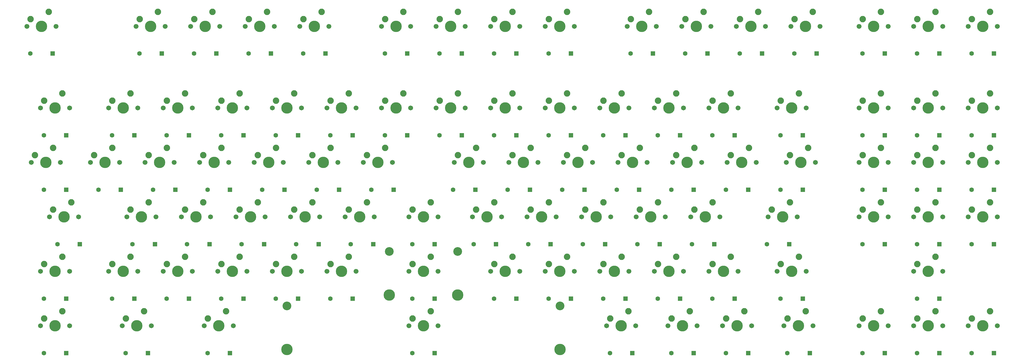
<source format=gbr>
%TF.GenerationSoftware,KiCad,Pcbnew,7.0.6*%
%TF.CreationDate,2023-10-21T08:39:51-04:00*%
%TF.ProjectId,mecmec,6d65636d-6563-42e6-9b69-6361645f7063,rev?*%
%TF.SameCoordinates,Original*%
%TF.FileFunction,Soldermask,Top*%
%TF.FilePolarity,Negative*%
%FSLAX46Y46*%
G04 Gerber Fmt 4.6, Leading zero omitted, Abs format (unit mm)*
G04 Created by KiCad (PCBNEW 7.0.6) date 2023-10-21 08:39:51*
%MOMM*%
%LPD*%
G01*
G04 APERTURE LIST*
%ADD10C,1.701800*%
%ADD11C,3.987800*%
%ADD12C,2.250000*%
%ADD13R,1.600000X1.600000*%
%ADD14C,1.600000*%
%ADD15C,3.048000*%
G04 APERTURE END LIST*
D10*
%TO.C,K50*%
X352107500Y-76200000D03*
D11*
X357187500Y-76200000D03*
D10*
X362267500Y-76200000D03*
D12*
X353377500Y-73660000D03*
X359727500Y-71120000D03*
%TD*%
D10*
%TO.C,K89*%
X314007500Y-133350000D03*
D11*
X319087500Y-133350000D03*
D10*
X324167500Y-133350000D03*
D12*
X315277500Y-130810000D03*
X321627500Y-128270000D03*
%TD*%
D10*
%TO.C,K81*%
X28257500Y-133350000D03*
D11*
X33337500Y-133350000D03*
D10*
X38417500Y-133350000D03*
D12*
X29527500Y-130810000D03*
X35877500Y-128270000D03*
%TD*%
D13*
%TO.C,D75*%
X213450000Y-123825000D03*
D14*
X205650000Y-123825000D03*
%TD*%
D10*
%TO.C,K12*%
X271145000Y-28575000D03*
D11*
X276225000Y-28575000D03*
D10*
X281305000Y-28575000D03*
D12*
X272415000Y-26035000D03*
X278765000Y-23495000D03*
%TD*%
D13*
%TO.C,D69*%
X80100000Y-123825000D03*
D14*
X72300000Y-123825000D03*
%TD*%
D13*
%TO.C,D50*%
X361087500Y-85725000D03*
D14*
X353287500Y-85725000D03*
%TD*%
D13*
%TO.C,D20*%
X99150000Y-66675000D03*
D14*
X91350000Y-66675000D03*
%TD*%
D10*
%TO.C,K13*%
X290195000Y-28575000D03*
D11*
X295275000Y-28575000D03*
D10*
X300355000Y-28575000D03*
D12*
X291465000Y-26035000D03*
X297815000Y-23495000D03*
%TD*%
D13*
%TO.C,D59*%
X206306250Y-104775000D03*
D14*
X198506250Y-104775000D03*
%TD*%
D10*
%TO.C,K39*%
X121920000Y-76200000D03*
D11*
X127000000Y-76200000D03*
D10*
X132080000Y-76200000D03*
D12*
X123190000Y-73660000D03*
X129540000Y-71120000D03*
%TD*%
D10*
%TO.C,K48*%
X314007500Y-76200000D03*
D11*
X319087500Y-76200000D03*
D10*
X324167500Y-76200000D03*
D12*
X315277500Y-73660000D03*
X321627500Y-71120000D03*
%TD*%
D13*
%TO.C,D9*%
X213450000Y-38100000D03*
D14*
X205650000Y-38100000D03*
%TD*%
D10*
%TO.C,K90*%
X333057500Y-133350000D03*
D11*
X338137500Y-133350000D03*
D10*
X343217500Y-133350000D03*
D12*
X334327500Y-130810000D03*
X340677500Y-128270000D03*
%TD*%
D13*
%TO.C,D16*%
X361087500Y-38100000D03*
D14*
X353287500Y-38100000D03*
%TD*%
D13*
%TO.C,D23*%
X156300000Y-66675000D03*
D14*
X148500000Y-66675000D03*
%TD*%
D13*
%TO.C,D7*%
X175350000Y-38100000D03*
D14*
X167550000Y-38100000D03*
%TD*%
D10*
%TO.C,K11*%
X252095000Y-28575000D03*
D11*
X257175000Y-28575000D03*
D10*
X262255000Y-28575000D03*
D12*
X253365000Y-26035000D03*
X259715000Y-23495000D03*
%TD*%
D10*
%TO.C,K85*%
X225901250Y-133350000D03*
D11*
X230981250Y-133350000D03*
D10*
X236061250Y-133350000D03*
D12*
X227171250Y-130810000D03*
X233521250Y-128270000D03*
%TD*%
D13*
%TO.C,D22*%
X137250000Y-66675000D03*
D14*
X129450000Y-66675000D03*
%TD*%
D10*
%TO.C,K57*%
X156845000Y-95250000D03*
D11*
X161925000Y-95250000D03*
D10*
X167005000Y-95250000D03*
D12*
X158115000Y-92710000D03*
X164465000Y-90170000D03*
%TD*%
D13*
%TO.C,D56*%
X144393750Y-104775000D03*
D14*
X136593750Y-104775000D03*
%TD*%
D10*
%TO.C,K47*%
X288607500Y-76200000D03*
D11*
X293687500Y-76200000D03*
D10*
X298767500Y-76200000D03*
D12*
X289877500Y-73660000D03*
X296227500Y-71120000D03*
%TD*%
D13*
%TO.C,D24*%
X175350000Y-66675000D03*
D14*
X167550000Y-66675000D03*
%TD*%
D10*
%TO.C,K35*%
X45720000Y-76200000D03*
D11*
X50800000Y-76200000D03*
D10*
X55880000Y-76200000D03*
D12*
X46990000Y-73660000D03*
X53340000Y-71120000D03*
%TD*%
D13*
%TO.C,D34*%
X37237500Y-85725000D03*
D14*
X29437500Y-85725000D03*
%TD*%
D13*
%TO.C,D44*%
X237262500Y-85725000D03*
D14*
X229462500Y-85725000D03*
%TD*%
D13*
%TO.C,D73*%
X165825000Y-123825000D03*
D14*
X158025000Y-123825000D03*
%TD*%
D10*
%TO.C,K41*%
X172720000Y-76200000D03*
D11*
X177800000Y-76200000D03*
D10*
X182880000Y-76200000D03*
D12*
X173990000Y-73660000D03*
X180340000Y-71120000D03*
%TD*%
D10*
%TO.C,K28*%
X242570000Y-57150000D03*
D11*
X247650000Y-57150000D03*
D10*
X252730000Y-57150000D03*
D12*
X243840000Y-54610000D03*
X250190000Y-52070000D03*
%TD*%
D13*
%TO.C,D54*%
X106293750Y-104775000D03*
D14*
X98493750Y-104775000D03*
%TD*%
D13*
%TO.C,D83*%
X94387500Y-142875000D03*
D14*
X86587500Y-142875000D03*
%TD*%
D13*
%TO.C,D68*%
X61050000Y-123825000D03*
D14*
X53250000Y-123825000D03*
%TD*%
D10*
%TO.C,K4*%
X99695000Y-28575000D03*
D11*
X104775000Y-28575000D03*
D10*
X109855000Y-28575000D03*
D12*
X100965000Y-26035000D03*
X107315000Y-23495000D03*
%TD*%
D10*
%TO.C,K77*%
X242570000Y-114300000D03*
D11*
X247650000Y-114300000D03*
D10*
X252730000Y-114300000D03*
D12*
X243840000Y-111760000D03*
X250190000Y-109220000D03*
%TD*%
D13*
%TO.C,D84*%
X165825000Y-142875000D03*
D14*
X158025000Y-142875000D03*
%TD*%
D10*
%TO.C,K46*%
X267970000Y-76200000D03*
D11*
X273050000Y-76200000D03*
D10*
X278130000Y-76200000D03*
D12*
X269240000Y-73660000D03*
X275590000Y-71120000D03*
%TD*%
D13*
%TO.C,D43*%
X218212500Y-85725000D03*
D14*
X210412500Y-85725000D03*
%TD*%
D10*
%TO.C,K69*%
X71120000Y-114300000D03*
D11*
X76200000Y-114300000D03*
D10*
X81280000Y-114300000D03*
D12*
X72390000Y-111760000D03*
X78740000Y-109220000D03*
%TD*%
D10*
%TO.C,K44*%
X229870000Y-76200000D03*
D11*
X234950000Y-76200000D03*
D10*
X240030000Y-76200000D03*
D12*
X231140000Y-73660000D03*
X237490000Y-71120000D03*
%TD*%
D13*
%TO.C,D60*%
X225356250Y-104775000D03*
D14*
X217556250Y-104775000D03*
%TD*%
D13*
%TO.C,D21*%
X118200000Y-66675000D03*
D14*
X110400000Y-66675000D03*
%TD*%
D15*
%TO.C,K73*%
X149987000Y-107315000D03*
D11*
X149987000Y-122555000D03*
D10*
X156845000Y-114300000D03*
D11*
X161925000Y-114300000D03*
D10*
X167005000Y-114300000D03*
D15*
X173863000Y-107315000D03*
D11*
X173863000Y-122555000D03*
D12*
X158115000Y-111760000D03*
X164465000Y-109220000D03*
%TD*%
D10*
%TO.C,K80*%
X333057500Y-114300000D03*
D11*
X338137500Y-114300000D03*
D10*
X343217500Y-114300000D03*
D12*
X334327500Y-111760000D03*
X340677500Y-109220000D03*
%TD*%
D10*
%TO.C,K67*%
X28257500Y-114300000D03*
D11*
X33337500Y-114300000D03*
D10*
X38417500Y-114300000D03*
D12*
X29527500Y-111760000D03*
X35877500Y-109220000D03*
%TD*%
D10*
%TO.C,K38*%
X102870000Y-76200000D03*
D11*
X107950000Y-76200000D03*
D10*
X113030000Y-76200000D03*
D12*
X104140000Y-73660000D03*
X110490000Y-71120000D03*
%TD*%
D10*
%TO.C,K61*%
X236220000Y-95250000D03*
D11*
X241300000Y-95250000D03*
D10*
X246380000Y-95250000D03*
D12*
X237490000Y-92710000D03*
X243840000Y-90170000D03*
%TD*%
D13*
%TO.C,D35*%
X56287500Y-85725000D03*
D14*
X48487500Y-85725000D03*
%TD*%
D10*
%TO.C,K9*%
X204470000Y-28575000D03*
D11*
X209550000Y-28575000D03*
D10*
X214630000Y-28575000D03*
D12*
X205740000Y-26035000D03*
X212090000Y-23495000D03*
%TD*%
D10*
%TO.C,K72*%
X128270000Y-114300000D03*
D11*
X133350000Y-114300000D03*
D10*
X138430000Y-114300000D03*
D12*
X129540000Y-111760000D03*
X135890000Y-109220000D03*
%TD*%
D13*
%TO.C,D31*%
X322987500Y-66675000D03*
D14*
X315187500Y-66675000D03*
%TD*%
D13*
%TO.C,D64*%
X322987500Y-104775000D03*
D14*
X315187500Y-104775000D03*
%TD*%
D10*
%TO.C,K70*%
X90170000Y-114300000D03*
D11*
X95250000Y-114300000D03*
D10*
X100330000Y-114300000D03*
D12*
X91440000Y-111760000D03*
X97790000Y-109220000D03*
%TD*%
D10*
%TO.C,K56*%
X134620000Y-95250000D03*
D11*
X139700000Y-95250000D03*
D10*
X144780000Y-95250000D03*
D12*
X135890000Y-92710000D03*
X142240000Y-90170000D03*
%TD*%
D13*
%TO.C,D82*%
X65812500Y-142875000D03*
D14*
X58012500Y-142875000D03*
%TD*%
D10*
%TO.C,K82*%
X56832500Y-133350000D03*
D11*
X61912500Y-133350000D03*
D10*
X66992500Y-133350000D03*
D12*
X58102500Y-130810000D03*
X64452500Y-128270000D03*
%TD*%
D13*
%TO.C,D29*%
X270600000Y-66675000D03*
D14*
X262800000Y-66675000D03*
%TD*%
D13*
%TO.C,D66*%
X361087500Y-104775000D03*
D14*
X353287500Y-104775000D03*
%TD*%
D10*
%TO.C,K19*%
X71120000Y-57150000D03*
D11*
X76200000Y-57150000D03*
D10*
X81280000Y-57150000D03*
D12*
X72390000Y-54610000D03*
X78740000Y-52070000D03*
%TD*%
D10*
%TO.C,K51*%
X31432500Y-95250000D03*
D11*
X36512500Y-95250000D03*
D10*
X41592500Y-95250000D03*
D12*
X32702500Y-92710000D03*
X39052500Y-90170000D03*
%TD*%
D13*
%TO.C,D30*%
X294412500Y-66675000D03*
D14*
X286612500Y-66675000D03*
%TD*%
D10*
%TO.C,K16*%
X352107500Y-28575000D03*
D11*
X357187500Y-28575000D03*
D10*
X362267500Y-28575000D03*
D12*
X353377500Y-26035000D03*
X359727500Y-23495000D03*
%TD*%
D13*
%TO.C,D71*%
X118200000Y-123825000D03*
D14*
X110400000Y-123825000D03*
%TD*%
D13*
%TO.C,D39*%
X132487500Y-85725000D03*
D14*
X124687500Y-85725000D03*
%TD*%
D13*
%TO.C,D53*%
X87243750Y-104775000D03*
D14*
X79443750Y-104775000D03*
%TD*%
D10*
%TO.C,K43*%
X210820000Y-76200000D03*
D11*
X215900000Y-76200000D03*
D10*
X220980000Y-76200000D03*
D12*
X212090000Y-73660000D03*
X218440000Y-71120000D03*
%TD*%
D13*
%TO.C,D37*%
X94387500Y-85725000D03*
D14*
X86587500Y-85725000D03*
%TD*%
D10*
%TO.C,K60*%
X217170000Y-95250000D03*
D11*
X222250000Y-95250000D03*
D10*
X227330000Y-95250000D03*
D12*
X218440000Y-92710000D03*
X224790000Y-90170000D03*
%TD*%
D10*
%TO.C,K91*%
X352107500Y-133350000D03*
D11*
X357187500Y-133350000D03*
D10*
X362267500Y-133350000D03*
D12*
X353377500Y-130810000D03*
X359727500Y-128270000D03*
%TD*%
D13*
%TO.C,D62*%
X263456250Y-104775000D03*
D14*
X255656250Y-104775000D03*
%TD*%
D10*
%TO.C,K63*%
X282257500Y-95250000D03*
D11*
X287337500Y-95250000D03*
D10*
X292417500Y-95250000D03*
D12*
X283527500Y-92710000D03*
X289877500Y-90170000D03*
%TD*%
D13*
%TO.C,D90*%
X342037500Y-142875000D03*
D14*
X334237500Y-142875000D03*
%TD*%
D10*
%TO.C,K64*%
X314007500Y-95250000D03*
D11*
X319087500Y-95250000D03*
D10*
X324167500Y-95250000D03*
D12*
X315277500Y-92710000D03*
X321627500Y-90170000D03*
%TD*%
D10*
%TO.C,K26*%
X204470000Y-57150000D03*
D11*
X209550000Y-57150000D03*
D10*
X214630000Y-57150000D03*
D12*
X205740000Y-54610000D03*
X212090000Y-52070000D03*
%TD*%
D10*
%TO.C,K83*%
X85407500Y-133350000D03*
D11*
X90487500Y-133350000D03*
D10*
X95567500Y-133350000D03*
D12*
X86677500Y-130810000D03*
X93027500Y-128270000D03*
%TD*%
D13*
%TO.C,D25*%
X194400000Y-66675000D03*
D14*
X186600000Y-66675000D03*
%TD*%
D10*
%TO.C,K25*%
X185420000Y-57150000D03*
D11*
X190500000Y-57150000D03*
D10*
X195580000Y-57150000D03*
D12*
X186690000Y-54610000D03*
X193040000Y-52070000D03*
%TD*%
D13*
%TO.C,D42*%
X199162500Y-85725000D03*
D14*
X191362500Y-85725000D03*
%TD*%
D13*
%TO.C,D55*%
X125343750Y-104775000D03*
D14*
X117543750Y-104775000D03*
%TD*%
D10*
%TO.C,K78*%
X261620000Y-114300000D03*
D11*
X266700000Y-114300000D03*
D10*
X271780000Y-114300000D03*
D12*
X262890000Y-111760000D03*
X269240000Y-109220000D03*
%TD*%
D10*
%TO.C,K71*%
X109220000Y-114300000D03*
D11*
X114300000Y-114300000D03*
D10*
X119380000Y-114300000D03*
D12*
X110490000Y-111760000D03*
X116840000Y-109220000D03*
%TD*%
D13*
%TO.C,D88*%
X296793750Y-142875000D03*
D14*
X288993750Y-142875000D03*
%TD*%
D13*
%TO.C,D49*%
X342037500Y-85725000D03*
D14*
X334237500Y-85725000D03*
%TD*%
D10*
%TO.C,K62*%
X255270000Y-95250000D03*
D11*
X260350000Y-95250000D03*
D10*
X265430000Y-95250000D03*
D12*
X256540000Y-92710000D03*
X262890000Y-90170000D03*
%TD*%
D13*
%TO.C,D47*%
X294412500Y-85725000D03*
D14*
X286612500Y-85725000D03*
%TD*%
D10*
%TO.C,K74*%
X185420000Y-114300000D03*
D11*
X190500000Y-114300000D03*
D10*
X195580000Y-114300000D03*
D12*
X186690000Y-111760000D03*
X193040000Y-109220000D03*
%TD*%
D10*
%TO.C,K37*%
X83820000Y-76200000D03*
D11*
X88900000Y-76200000D03*
D10*
X93980000Y-76200000D03*
D12*
X85090000Y-73660000D03*
X91440000Y-71120000D03*
%TD*%
D13*
%TO.C,D14*%
X322987500Y-38100000D03*
D14*
X315187500Y-38100000D03*
%TD*%
D13*
%TO.C,D10*%
X242025000Y-38100000D03*
D14*
X234225000Y-38100000D03*
%TD*%
D10*
%TO.C,K30*%
X285432500Y-57150000D03*
D11*
X290512500Y-57150000D03*
D10*
X295592500Y-57150000D03*
D12*
X286702500Y-54610000D03*
X293052500Y-52070000D03*
%TD*%
D13*
%TO.C,D36*%
X75337500Y-85725000D03*
D14*
X67537500Y-85725000D03*
%TD*%
D10*
%TO.C,K8*%
X185420000Y-28575000D03*
D11*
X190500000Y-28575000D03*
D10*
X195580000Y-28575000D03*
D12*
X186690000Y-26035000D03*
X193040000Y-23495000D03*
%TD*%
D13*
%TO.C,D46*%
X275362500Y-85725000D03*
D14*
X267562500Y-85725000D03*
%TD*%
D13*
%TO.C,D67*%
X37237500Y-123825000D03*
D14*
X29437500Y-123825000D03*
%TD*%
D10*
%TO.C,K42*%
X191770000Y-76200000D03*
D11*
X196850000Y-76200000D03*
D10*
X201930000Y-76200000D03*
D12*
X193040000Y-73660000D03*
X199390000Y-71120000D03*
%TD*%
D13*
%TO.C,D41*%
X180112500Y-85725000D03*
D14*
X172312500Y-85725000D03*
%TD*%
D13*
%TO.C,D87*%
X275362500Y-142875000D03*
D14*
X267562500Y-142875000D03*
%TD*%
D13*
%TO.C,D5*%
X127725000Y-38100000D03*
D14*
X119925000Y-38100000D03*
%TD*%
D13*
%TO.C,D48*%
X322987500Y-85725000D03*
D14*
X315187500Y-85725000D03*
%TD*%
D10*
%TO.C,K20*%
X90170000Y-57150000D03*
D11*
X95250000Y-57150000D03*
D10*
X100330000Y-57150000D03*
D12*
X91440000Y-54610000D03*
X97790000Y-52070000D03*
%TD*%
D13*
%TO.C,D1*%
X32475000Y-38100000D03*
D14*
X24675000Y-38100000D03*
%TD*%
D13*
%TO.C,D77*%
X251550000Y-123825000D03*
D14*
X243750000Y-123825000D03*
%TD*%
D10*
%TO.C,K86*%
X247332500Y-133350000D03*
D11*
X252412500Y-133350000D03*
D10*
X257492500Y-133350000D03*
D12*
X248602500Y-130810000D03*
X254952500Y-128270000D03*
%TD*%
D13*
%TO.C,D18*%
X61050000Y-66675000D03*
D14*
X53250000Y-66675000D03*
%TD*%
D10*
%TO.C,K87*%
X266382500Y-133350000D03*
D11*
X271462500Y-133350000D03*
D10*
X276542500Y-133350000D03*
D12*
X267652500Y-130810000D03*
X274002500Y-128270000D03*
%TD*%
D10*
%TO.C,K27*%
X223520000Y-57150000D03*
D11*
X228600000Y-57150000D03*
D10*
X233680000Y-57150000D03*
D12*
X224790000Y-54610000D03*
X231140000Y-52070000D03*
%TD*%
D13*
%TO.C,D12*%
X280125000Y-38100000D03*
D14*
X272325000Y-38100000D03*
%TD*%
D13*
%TO.C,D4*%
X108675000Y-38100000D03*
D14*
X100875000Y-38100000D03*
%TD*%
D10*
%TO.C,K49*%
X333057500Y-76200000D03*
D11*
X338137500Y-76200000D03*
D10*
X343217500Y-76200000D03*
D12*
X334327500Y-73660000D03*
X340677500Y-71120000D03*
%TD*%
D13*
%TO.C,D58*%
X187256250Y-104775000D03*
D14*
X179456250Y-104775000D03*
%TD*%
D10*
%TO.C,K15*%
X333057500Y-28575000D03*
D11*
X338137500Y-28575000D03*
D10*
X343217500Y-28575000D03*
D12*
X334327500Y-26035000D03*
X340677500Y-23495000D03*
%TD*%
D10*
%TO.C,K21*%
X109220000Y-57150000D03*
D11*
X114300000Y-57150000D03*
D10*
X119380000Y-57150000D03*
D12*
X110490000Y-54610000D03*
X116840000Y-52070000D03*
%TD*%
D10*
%TO.C,K53*%
X77470000Y-95250000D03*
D11*
X82550000Y-95250000D03*
D10*
X87630000Y-95250000D03*
D12*
X78740000Y-92710000D03*
X85090000Y-90170000D03*
%TD*%
D10*
%TO.C,K36*%
X64770000Y-76200000D03*
D11*
X69850000Y-76200000D03*
D10*
X74930000Y-76200000D03*
D12*
X66040000Y-73660000D03*
X72390000Y-71120000D03*
%TD*%
D10*
%TO.C,K17*%
X28257500Y-57150000D03*
D11*
X33337500Y-57150000D03*
D10*
X38417500Y-57150000D03*
D12*
X29527500Y-54610000D03*
X35877500Y-52070000D03*
%TD*%
D10*
%TO.C,K66*%
X352107500Y-95250000D03*
D11*
X357187500Y-95250000D03*
D10*
X362267500Y-95250000D03*
D12*
X353377500Y-92710000D03*
X359727500Y-90170000D03*
%TD*%
D13*
%TO.C,D91*%
X361087500Y-142875000D03*
D14*
X353287500Y-142875000D03*
%TD*%
D10*
%TO.C,K45*%
X248920000Y-76200000D03*
D11*
X254000000Y-76200000D03*
D10*
X259080000Y-76200000D03*
D12*
X250190000Y-73660000D03*
X256540000Y-71120000D03*
%TD*%
D13*
%TO.C,D33*%
X361087500Y-66675000D03*
D14*
X353287500Y-66675000D03*
%TD*%
D10*
%TO.C,K33*%
X352107500Y-57150000D03*
D11*
X357187500Y-57150000D03*
D10*
X362267500Y-57150000D03*
D12*
X353377500Y-54610000D03*
X359727500Y-52070000D03*
%TD*%
D13*
%TO.C,D76*%
X232500000Y-123825000D03*
D14*
X224700000Y-123825000D03*
%TD*%
D10*
%TO.C,K14*%
X314007500Y-28575000D03*
D11*
X319087500Y-28575000D03*
D10*
X324167500Y-28575000D03*
D12*
X315277500Y-26035000D03*
X321627500Y-23495000D03*
%TD*%
D10*
%TO.C,K3*%
X80645000Y-28575000D03*
D11*
X85725000Y-28575000D03*
D10*
X90805000Y-28575000D03*
D12*
X81915000Y-26035000D03*
X88265000Y-23495000D03*
%TD*%
D13*
%TO.C,D26*%
X213450000Y-66675000D03*
D14*
X205650000Y-66675000D03*
%TD*%
D13*
%TO.C,D19*%
X80100000Y-66675000D03*
D14*
X72300000Y-66675000D03*
%TD*%
D13*
%TO.C,D52*%
X68193750Y-104775000D03*
D14*
X60393750Y-104775000D03*
%TD*%
D13*
%TO.C,D38*%
X113437500Y-85725000D03*
D14*
X105637500Y-85725000D03*
%TD*%
D13*
%TO.C,D85*%
X234881250Y-142875000D03*
D14*
X227081250Y-142875000D03*
%TD*%
D13*
%TO.C,D15*%
X342037500Y-38100000D03*
D14*
X334237500Y-38100000D03*
%TD*%
D10*
%TO.C,K31*%
X314007500Y-57150000D03*
D11*
X319087500Y-57150000D03*
D10*
X324167500Y-57150000D03*
D12*
X315277500Y-54610000D03*
X321627500Y-52070000D03*
%TD*%
D10*
%TO.C,K29*%
X261620000Y-57150000D03*
D11*
X266700000Y-57150000D03*
D10*
X271780000Y-57150000D03*
D12*
X262890000Y-54610000D03*
X269240000Y-52070000D03*
%TD*%
D13*
%TO.C,D45*%
X256312500Y-85725000D03*
D14*
X248512500Y-85725000D03*
%TD*%
D10*
%TO.C,K88*%
X287813750Y-133350000D03*
D11*
X292893750Y-133350000D03*
D10*
X297973750Y-133350000D03*
D12*
X289083750Y-130810000D03*
X295433750Y-128270000D03*
%TD*%
D10*
%TO.C,K75*%
X204470000Y-114300000D03*
D11*
X209550000Y-114300000D03*
D10*
X214630000Y-114300000D03*
D12*
X205740000Y-111760000D03*
X212090000Y-109220000D03*
%TD*%
D13*
%TO.C,D70*%
X99150000Y-123825000D03*
D14*
X91350000Y-123825000D03*
%TD*%
D13*
%TO.C,D17*%
X37237500Y-66675000D03*
D14*
X29437500Y-66675000D03*
%TD*%
D10*
%TO.C,K22*%
X128270000Y-57150000D03*
D11*
X133350000Y-57150000D03*
D10*
X138430000Y-57150000D03*
D12*
X129540000Y-54610000D03*
X135890000Y-52070000D03*
%TD*%
D13*
%TO.C,D81*%
X37237500Y-142875000D03*
D14*
X29437500Y-142875000D03*
%TD*%
D13*
%TO.C,D28*%
X251550000Y-66675000D03*
D14*
X243750000Y-66675000D03*
%TD*%
D13*
%TO.C,D89*%
X322987500Y-142875000D03*
D14*
X315187500Y-142875000D03*
%TD*%
D10*
%TO.C,K34*%
X25082500Y-76200000D03*
D11*
X30162500Y-76200000D03*
D10*
X35242500Y-76200000D03*
D12*
X26352500Y-73660000D03*
X32702500Y-71120000D03*
%TD*%
D10*
%TO.C,K32*%
X333057500Y-57150000D03*
D11*
X338137500Y-57150000D03*
D10*
X343217500Y-57150000D03*
D12*
X334327500Y-54610000D03*
X340677500Y-52070000D03*
%TD*%
D10*
%TO.C,K52*%
X58420000Y-95250000D03*
D11*
X63500000Y-95250000D03*
D10*
X68580000Y-95250000D03*
D12*
X59690000Y-92710000D03*
X66040000Y-90170000D03*
%TD*%
D13*
%TO.C,D57*%
X165825000Y-104775000D03*
D14*
X158025000Y-104775000D03*
%TD*%
D13*
%TO.C,D2*%
X70575000Y-38100000D03*
D14*
X62775000Y-38100000D03*
%TD*%
D10*
%TO.C,K58*%
X179070000Y-95250000D03*
D11*
X184150000Y-95250000D03*
D10*
X189230000Y-95250000D03*
D12*
X180340000Y-92710000D03*
X186690000Y-90170000D03*
%TD*%
D13*
%TO.C,D86*%
X256312500Y-142875000D03*
D14*
X248512500Y-142875000D03*
%TD*%
D13*
%TO.C,D6*%
X156300000Y-38100000D03*
D14*
X148500000Y-38100000D03*
%TD*%
D15*
%TO.C,K84*%
X114262000Y-126365000D03*
D11*
X114262000Y-141605000D03*
D10*
X156845000Y-133350000D03*
D11*
X161925000Y-133350000D03*
D10*
X167005000Y-133350000D03*
D15*
X209588000Y-126365000D03*
D11*
X209588000Y-141605000D03*
D12*
X158115000Y-130810000D03*
X164465000Y-128270000D03*
%TD*%
D13*
%TO.C,D74*%
X194400000Y-123825000D03*
D14*
X186600000Y-123825000D03*
%TD*%
D10*
%TO.C,K68*%
X52070000Y-114300000D03*
D11*
X57150000Y-114300000D03*
D10*
X62230000Y-114300000D03*
D12*
X53340000Y-111760000D03*
X59690000Y-109220000D03*
%TD*%
D13*
%TO.C,D13*%
X299175000Y-38100000D03*
D14*
X291375000Y-38100000D03*
%TD*%
D13*
%TO.C,D51*%
X42000000Y-104775000D03*
D14*
X34200000Y-104775000D03*
%TD*%
D10*
%TO.C,K7*%
X166370000Y-28575000D03*
D11*
X171450000Y-28575000D03*
D10*
X176530000Y-28575000D03*
D12*
X167640000Y-26035000D03*
X173990000Y-23495000D03*
%TD*%
D13*
%TO.C,D63*%
X289650000Y-104775000D03*
D14*
X281850000Y-104775000D03*
%TD*%
D10*
%TO.C,K59*%
X198120000Y-95250000D03*
D11*
X203200000Y-95250000D03*
D10*
X208280000Y-95250000D03*
D12*
X199390000Y-92710000D03*
X205740000Y-90170000D03*
%TD*%
D13*
%TO.C,D27*%
X232500000Y-66675000D03*
D14*
X224700000Y-66675000D03*
%TD*%
D10*
%TO.C,K24*%
X166370000Y-57150000D03*
D11*
X171450000Y-57150000D03*
D10*
X176530000Y-57150000D03*
D12*
X167640000Y-54610000D03*
X173990000Y-52070000D03*
%TD*%
D10*
%TO.C,K10*%
X233045000Y-28575000D03*
D11*
X238125000Y-28575000D03*
D10*
X243205000Y-28575000D03*
D12*
X234315000Y-26035000D03*
X240665000Y-23495000D03*
%TD*%
D13*
%TO.C,D3*%
X89625000Y-38100000D03*
D14*
X81825000Y-38100000D03*
%TD*%
D13*
%TO.C,D32*%
X342037500Y-66675000D03*
D14*
X334237500Y-66675000D03*
%TD*%
D13*
%TO.C,D72*%
X137250000Y-123825000D03*
D14*
X129450000Y-123825000D03*
%TD*%
D10*
%TO.C,K65*%
X333057500Y-95250000D03*
D11*
X338137500Y-95250000D03*
D10*
X343217500Y-95250000D03*
D12*
X334327500Y-92710000D03*
X340677500Y-90170000D03*
%TD*%
D13*
%TO.C,D78*%
X270600000Y-123825000D03*
D14*
X262800000Y-123825000D03*
%TD*%
D10*
%TO.C,K5*%
X118745000Y-28575000D03*
D11*
X123825000Y-28575000D03*
D10*
X128905000Y-28575000D03*
D12*
X120015000Y-26035000D03*
X126365000Y-23495000D03*
%TD*%
D13*
%TO.C,D61*%
X244406250Y-104775000D03*
D14*
X236606250Y-104775000D03*
%TD*%
D10*
%TO.C,K18*%
X52070000Y-57150000D03*
D11*
X57150000Y-57150000D03*
D10*
X62230000Y-57150000D03*
D12*
X53340000Y-54610000D03*
X59690000Y-52070000D03*
%TD*%
D10*
%TO.C,K2*%
X61595000Y-28575000D03*
D11*
X66675000Y-28575000D03*
D10*
X71755000Y-28575000D03*
D12*
X62865000Y-26035000D03*
X69215000Y-23495000D03*
%TD*%
D13*
%TO.C,D65*%
X342037500Y-104775000D03*
D14*
X334237500Y-104775000D03*
%TD*%
D10*
%TO.C,K76*%
X223520000Y-114300000D03*
D11*
X228600000Y-114300000D03*
D10*
X233680000Y-114300000D03*
D12*
X224790000Y-111760000D03*
X231140000Y-109220000D03*
%TD*%
D13*
%TO.C,D79*%
X294412500Y-123825000D03*
D14*
X286612500Y-123825000D03*
%TD*%
D10*
%TO.C,K55*%
X115570000Y-95250000D03*
D11*
X120650000Y-95250000D03*
D10*
X125730000Y-95250000D03*
D12*
X116840000Y-92710000D03*
X123190000Y-90170000D03*
%TD*%
D13*
%TO.C,D11*%
X261075000Y-38100000D03*
D14*
X253275000Y-38100000D03*
%TD*%
D10*
%TO.C,K40*%
X140970000Y-76200000D03*
D11*
X146050000Y-76200000D03*
D10*
X151130000Y-76200000D03*
D12*
X142240000Y-73660000D03*
X148590000Y-71120000D03*
%TD*%
D13*
%TO.C,D80*%
X342037500Y-123825000D03*
D14*
X334237500Y-123825000D03*
%TD*%
D13*
%TO.C,D40*%
X151537500Y-85725000D03*
D14*
X143737500Y-85725000D03*
%TD*%
D10*
%TO.C,K23*%
X147320000Y-57150000D03*
D11*
X152400000Y-57150000D03*
D10*
X157480000Y-57150000D03*
D12*
X148590000Y-54610000D03*
X154940000Y-52070000D03*
%TD*%
D10*
%TO.C,K6*%
X147320000Y-28575000D03*
D11*
X152400000Y-28575000D03*
D10*
X157480000Y-28575000D03*
D12*
X148590000Y-26035000D03*
X154940000Y-23495000D03*
%TD*%
D10*
%TO.C,K79*%
X285432500Y-114300000D03*
D11*
X290512500Y-114300000D03*
D10*
X295592500Y-114300000D03*
D12*
X286702500Y-111760000D03*
X293052500Y-109220000D03*
%TD*%
D10*
%TO.C,K54*%
X96520000Y-95250000D03*
D11*
X101600000Y-95250000D03*
D10*
X106680000Y-95250000D03*
D12*
X97790000Y-92710000D03*
X104140000Y-90170000D03*
%TD*%
D10*
%TO.C,K1*%
X23495000Y-28575000D03*
D11*
X28575000Y-28575000D03*
D10*
X33655000Y-28575000D03*
D12*
X24765000Y-26035000D03*
X31115000Y-23495000D03*
%TD*%
D13*
%TO.C,D8*%
X194400000Y-38100000D03*
D14*
X186600000Y-38100000D03*
%TD*%
M02*

</source>
